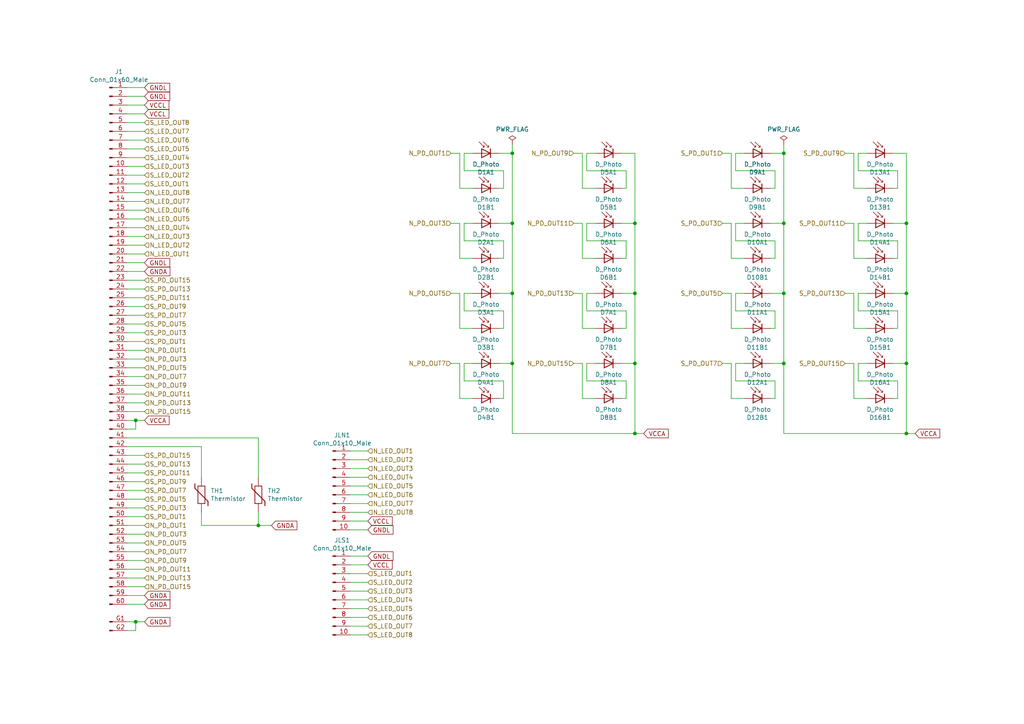
<source format=kicad_sch>
(kicad_sch (version 20211123) (generator eeschema)
  (paper "A4")
  (lib_symbols
    (symbol "Connector:Conn_01x10_Male" (pin_names (offset 1.016) hide)
      (property "Reference" "J" (at 0 12.7 0))
      (property "Value" "Conn_01x10_Male" (at 0 -15.24 0))
      (symbol "Conn_01x10_Male_1_1"
        (polyline (pts (xy 1.27 -12.7) (xy 0.8636 -12.7)) (stroke (width 0.1524)))
        (polyline (pts (xy 1.27 -10.16) (xy 0.8636 -10.16)) (stroke (width 0.1524)))
        (polyline (pts (xy 1.27 -7.62) (xy 0.8636 -7.62)) (stroke (width 0.1524)))
        (polyline (pts (xy 1.27 -5.08) (xy 0.8636 -5.08)) (stroke (width 0.1524)))
        (polyline (pts (xy 1.27 -2.54) (xy 0.8636 -2.54)) (stroke (width 0.1524)))
        (polyline (pts (xy 1.27 0) (xy 0.8636 0)) (stroke (width 0.1524)))
        (polyline (pts (xy 1.27 2.54) (xy 0.8636 2.54)) (stroke (width 0.1524)))
        (polyline (pts (xy 1.27 5.08) (xy 0.8636 5.08)) (stroke (width 0.1524)))
        (polyline (pts (xy 1.27 7.62) (xy 0.8636 7.62)) (stroke (width 0.1524)))
        (polyline (pts (xy 1.27 10.16) (xy 0.8636 10.16)) (stroke (width 0.1524)))
        (rectangle (start 0.8636 -12.573) (end 0 -12.827) (stroke (width 0.1524)) (fill (type outline)))
        (rectangle (start 0.8636 -10.033) (end 0 -10.287) (stroke (width 0.1524)) (fill (type outline)))
        (rectangle (start 0.8636 -7.493) (end 0 -7.747) (stroke (width 0.1524)) (fill (type outline)))
        (rectangle (start 0.8636 -4.953) (end 0 -5.207) (stroke (width 0.1524)) (fill (type outline)))
        (rectangle (start 0.8636 -2.413) (end 0 -2.667) (stroke (width 0.1524)) (fill (type outline)))
        (rectangle (start 0.8636 0.127) (end 0 -0.127) (stroke (width 0.1524)) (fill (type outline)))
        (rectangle (start 0.8636 2.667) (end 0 2.413) (stroke (width 0.1524)) (fill (type outline)))
        (rectangle (start 0.8636 5.207) (end 0 4.953) (stroke (width 0.1524)) (fill (type outline)))
        (rectangle (start 0.8636 7.747) (end 0 7.493) (stroke (width 0.1524)) (fill (type outline)))
        (rectangle (start 0.8636 10.287) (end 0 10.033) (stroke (width 0.1524)) (fill (type outline)))
        (pin passive line (at 5.08 10.16 180) (length 3.81) (name "Pin_1") (number "1"))
        (pin passive line (at 5.08 -12.7 180) (length 3.81) (name "Pin_10") (number "10"))
        (pin passive line (at 5.08 7.62 180) (length 3.81) (name "Pin_2") (number "2"))
        (pin passive line (at 5.08 5.08 180) (length 3.81) (name "Pin_3") (number "3"))
        (pin passive line (at 5.08 2.54 180) (length 3.81) (name "Pin_4") (number "4"))
        (pin passive line (at 5.08 0 180) (length 3.81) (name "Pin_5") (number "5"))
        (pin passive line (at 5.08 -2.54 180) (length 3.81) (name "Pin_6") (number "6"))
        (pin passive line (at 5.08 -5.08 180) (length 3.81) (name "Pin_7") (number "7"))
        (pin passive line (at 5.08 -7.62 180) (length 3.81) (name "Pin_8") (number "8"))
        (pin passive line (at 5.08 -10.16 180) (length 3.81) (name "Pin_9") (number "9"))
      )
    )
    (symbol "Device:D_Photo" (pin_numbers hide) (pin_names hide)
      (property "Reference" "D" (at 0.508 1.778 0))
      (property "Value" "D_Photo" (at -1.016 -2.794 0))
      (symbol "D_Photo_0_1"
        (polyline (pts (xy -2.54 1.27) (xy -2.54 -1.27)) (stroke (width 0.254)))
        (polyline (pts (xy -2.032 1.778) (xy -1.524 1.778)))
        (polyline (pts (xy 0 0) (xy -2.54 0)))
        (polyline (pts (xy -0.508 3.302) (xy -2.032 1.778) (xy -2.032 2.286)))
        (polyline (pts (xy 0 -1.27) (xy 0 1.27) (xy -2.54 0) (xy 0 -1.27)) (stroke (width 0.254)))
        (polyline (pts (xy 0.762 3.302) (xy -0.762 1.778) (xy -0.762 2.286) (xy -0.762 1.778) (xy -0.254 1.778)))
      )
      (symbol "D_Photo_1_1"
        (pin passive line (at -5.08 0 0) (length 2.54) (name "K") (number "1"))
        (pin passive line (at 2.54 0 180) (length 2.54) (name "A") (number "2"))
      )
    )
    (symbol "Device:Thermistor" (pin_numbers hide) (pin_names (offset 0))
      (property "Reference" "TH" (at 2.54 1.27 90))
      (property "Value" "Thermistor" (at -2.54 0 90))
      (symbol "Thermistor_0_1"
        (rectangle (start -1.016 2.54) (end 1.016 -2.54) (stroke (width 0.2032)))
        (polyline (pts (xy -1.905 3.175) (xy -1.905 1.905) (xy 1.905 -1.905) (xy 1.905 -3.175) (xy 1.905 -3.175)) (stroke (width 0.254)))
      )
      (symbol "Thermistor_1_1"
        (pin passive line (at 0 5.08 270) (length 2.54) (name "~") (number "1"))
        (pin passive line (at 0 -5.08 90) (length 2.54) (name "~") (number "2"))
      )
    )
    (symbol "Ninja-qPCR:Conn_01x60_Male" (pin_names (offset 1.016) hide)
      (property "Reference" "J" (at 0 50.8 0))
      (property "Value" "Conn_01x60_Male" (at 1.27 -113.03 0))
      (symbol "Conn_01x60_Male_1_1"
        (polyline (pts (xy 1.27 -109.22) (xy 0.8636 -109.22)) (stroke (width 0.1524)))
        (polyline (pts (xy 1.27 -106.68) (xy 0.8636 -106.68)) (stroke (width 0.1524)))
        (polyline (pts (xy 1.27 -101.6) (xy 0.8636 -101.6)) (stroke (width 0.1524)))
        (polyline (pts (xy 1.27 -99.06) (xy 0.8636 -99.06)) (stroke (width 0.1524)))
        (polyline (pts (xy 1.27 -96.52) (xy 0.8636 -96.52)) (stroke (width 0.1524)))
        (polyline (pts (xy 1.27 -93.98) (xy 0.8636 -93.98)) (stroke (width 0.1524)))
        (polyline (pts (xy 1.27 -91.44) (xy 0.8636 -91.44)) (stroke (width 0.1524)))
        (polyline (pts (xy 1.27 -88.9) (xy 0.8636 -88.9)) (stroke (width 0.1524)))
        (polyline (pts (xy 1.27 -86.36) (xy 0.8636 -86.36)) (stroke (width 0.1524)))
        (polyline (pts (xy 1.27 -83.82) (xy 0.8636 -83.82)) (stroke (width 0.1524)))
        (polyline (pts (xy 1.27 -81.28) (xy 0.8636 -81.28)) (stroke (width 0.1524)))
        (polyline (pts (xy 1.27 -78.74) (xy 0.8636 -78.74)) (stroke (width 0.1524)))
        (polyline (pts (xy 1.27 -76.2) (xy 0.8636 -76.2)) (stroke (width 0.1524)))
        (polyline (pts (xy 1.27 -73.66) (xy 0.8636 -73.66)) (stroke (width 0.1524)))
        (polyline (pts (xy 1.27 -71.12) (xy 0.8636 -71.12)) (stroke (width 0.1524)))
        (polyline (pts (xy 1.27 -68.58) (xy 0.8636 -68.58)) (stroke (width 0.1524)))
        (polyline (pts (xy 1.27 -66.04) (xy 0.8636 -66.04)) (stroke (width 0.1524)))
        (polyline (pts (xy 1.27 -63.5) (xy 0.8636 -63.5)) (stroke (width 0.1524)))
        (polyline (pts (xy 1.27 -60.96) (xy 0.8636 -60.96)) (stroke (width 0.1524)))
        (polyline (pts (xy 1.27 -58.42) (xy 0.8636 -58.42)) (stroke (width 0.1524)))
        (polyline (pts (xy 1.27 -55.88) (xy 0.8636 -55.88)) (stroke (width 0.1524)))
        (polyline (pts (xy 1.27 -53.34) (xy 0.8636 -53.34)) (stroke (width 0.1524)))
        (polyline (pts (xy 1.27 -50.8) (xy 0.8636 -50.8)) (stroke (width 0.1524)))
        (polyline (pts (xy 1.27 -48.26) (xy 0.8636 -48.26)) (stroke (width 0.1524)))
        (polyline (pts (xy 1.27 -45.72) (xy 0.8636 -45.72)) (stroke (width 0.1524)))
        (polyline (pts (xy 1.27 -43.18) (xy 0.8636 -43.18)) (stroke (width 0.1524)))
        (polyline (pts (xy 1.27 -40.64) (xy 0.8636 -40.64)) (stroke (width 0.1524)))
        (polyline (pts (xy 1.27 -38.1) (xy 0.8636 -38.1)) (stroke (width 0.1524)))
        (polyline (pts (xy 1.27 -35.56) (xy 0.8636 -35.56)) (stroke (width 0.1524)))
        (polyline (pts (xy 1.27 -33.02) (xy 0.8636 -33.02)) (stroke (width 0.1524)))
        (polyline (pts (xy 1.27 -30.48) (xy 0.8636 -30.48)) (stroke (width 0.1524)))
        (polyline (pts (xy 1.27 -27.94) (xy 0.8636 -27.94)) (stroke (width 0.1524)))
        (polyline (pts (xy 1.27 -25.4) (xy 0.8636 -25.4)) (stroke (width 0.1524)))
        (polyline (pts (xy 1.27 -22.86) (xy 0.8636 -22.86)) (stroke (width 0.1524)))
        (polyline (pts (xy 1.27 -20.32) (xy 0.8636 -20.32)) (stroke (width 0.1524)))
        (polyline (pts (xy 1.27 -17.78) (xy 0.8636 -17.78)) (stroke (width 0.1524)))
        (polyline (pts (xy 1.27 -15.24) (xy 0.8636 -15.24)) (stroke (width 0.1524)))
        (polyline (pts (xy 1.27 -12.7) (xy 0.8636 -12.7)) (stroke (width 0.1524)))
        (polyline (pts (xy 1.27 -10.16) (xy 0.8636 -10.16)) (stroke (width 0.1524)))
        (polyline (pts (xy 1.27 -7.62) (xy 0.8636 -7.62)) (stroke (width 0.1524)))
        (polyline (pts (xy 1.27 -5.08) (xy 0.8636 -5.08)) (stroke (width 0.1524)))
        (polyline (pts (xy 1.27 -2.54) (xy 0.8636 -2.54)) (stroke (width 0.1524)))
        (polyline (pts (xy 1.27 0) (xy 0.8636 0)) (stroke (width 0.1524)))
        (polyline (pts (xy 1.27 2.54) (xy 0.8636 2.54)) (stroke (width 0.1524)))
        (polyline (pts (xy 1.27 5.08) (xy 0.8636 5.08)) (stroke (width 0.1524)))
        (polyline (pts (xy 1.27 7.62) (xy 0.8636 7.62)) (stroke (width 0.1524)))
        (polyline (pts (xy 1.27 10.16) (xy 0.8636 10.16)) (stroke (width 0.1524)))
        (polyline (pts (xy 1.27 12.7) (xy 0.8636 12.7)) (stroke (width 0.1524)))
        (polyline (pts (xy 1.27 15.24) (xy 0.8636 15.24)) (stroke (width 0.1524)))
        (polyline (pts (xy 1.27 17.78) (xy 0.8636 17.78)) (stroke (width 0.1524)))
        (polyline (pts (xy 1.27 20.32) (xy 0.8636 20.32)) (stroke (width 0.1524)))
        (polyline (pts (xy 1.27 22.86) (xy 0.8636 22.86)) (stroke (width 0.1524)))
        (polyline (pts (xy 1.27 25.4) (xy 0.8636 25.4)) (stroke (width 0.1524)))
        (polyline (pts (xy 1.27 27.94) (xy 0.8636 27.94)) (stroke (width 0.1524)))
        (polyline (pts (xy 1.27 30.48) (xy 0.8636 30.48)) (stroke (width 0.1524)))
        (polyline (pts (xy 1.27 33.02) (xy 0.8636 33.02)) (stroke (width 0.1524)))
        (polyline (pts (xy 1.27 35.56) (xy 0.8636 35.56)) (stroke (width 0.1524)))
        (polyline (pts (xy 1.27 38.1) (xy 0.8636 38.1)) (stroke (width 0.1524)))
        (polyline (pts (xy 1.27 40.64) (xy 0.8636 40.64)) (stroke (width 0.1524)))
        (polyline (pts (xy 1.27 43.18) (xy 0.8636 43.18)) (stroke (width 0.1524)))
        (polyline (pts (xy 1.27 45.72) (xy 0.8636 45.72)) (stroke (width 0.1524)))
        (polyline (pts (xy 1.27 48.26) (xy 0.8636 48.26)) (stroke (width 0.1524)))
        (rectangle (start 0.8636 -109.093) (end 0 -109.347) (stroke (width 0.1524)) (fill (type outline)))
        (rectangle (start 0.8636 -106.553) (end 0 -106.807) (stroke (width 0.1524)) (fill (type outline)))
        (rectangle (start 0.8636 -101.473) (end 0 -101.727) (stroke (width 0.1524)) (fill (type outline)))
        (rectangle (start 0.8636 -98.933) (end 0 -99.187) (stroke (width 0.1524)) (fill (type outline)))
        (rectangle (start 0.8636 -96.393) (end 0 -96.647) (stroke (width 0.1524)) (fill (type outline)))
        (rectangle (start 0.8636 -93.853) (end 0 -94.107) (stroke (width 0.1524)) (fill (type outline)))
        (rectangle (start 0.8636 -91.313) (end 0 -91.567) (stroke (width 0.1524)) (fill (type outline)))
        (rectangle (start 0.8636 -88.773) (end 0 -89.027) (stroke (width 0.1524)) (fill (type outline)))
        (rectangle (start 0.8636 -86.233) (end 0 -86.487) (stroke (width 0.1524)) (fill (type outline)))
        (rectangle (start 0.8636 -83.693) (end 0 -83.947) (stroke (width 0.1524)) (fill (type outline)))
        (rectangle (start 0.8636 -81.153) (end 0 -81.407) (stroke (width 0.1524)) (fill (type outline)))
        (rectangle (start 0.8636 -78.613) (end 0 -78.867) (stroke (width 0.1524)) (fill (type outline)))
        (rectangle (start 0.8636 -76.073) (end 0 -76.327) (stroke (width 0.1524)) (fill (type outline)))
        (rectangle (start 0.8636 -73.533) (end 0 -73.787) (stroke (width 0.1524)) (fill (type outline)))
        (rectangle (start 0.8636 -70.993) (end 0 -71.247) (stroke (width 0.1524)) (fill (type outline)))
        (rectangle (start 0.8636 -68.453) (end 0 -68.707) (stroke (width 0.1524)) (fill (type outline)))
        (rectangle (start 0.8636 -65.913) (end 0 -66.167) (stroke (width 0.1524)) (fill (type outline)))
        (rectangle (start 0.8636 -63.373) (end 0 -63.627) (stroke (width 0.1524)) (fill (type outline)))
        (rectangle (start 0.8636 -60.833) (end 0 -61.087) (stroke (width 0.1524)) (fill (type outline)))
        (rectangle (start 0.8636 -58.293) (end 0 -58.547) (stroke (width 0.1524)) (fill (type outline)))
        (rectangle (start 0.8636 -55.753) (end 0 -56.007) (stroke (width 0.1524)) (fill (type outline)))
        (rectangle (start 0.8636 -53.213) (end 0 -53.467) (stroke (width 0.1524)) (fill (type outline)))
        (rectangle (start 0.8636 -50.673) (end 0 -50.927) (stroke (width 0.1524)) (fill (type outline)))
        (rectangle (start 0.8636 -48.133) (end 0 -48.387) (stroke (width 0.1524)) (fill (type outline)))
        (rectangle (start 0.8636 -45.593) (end 0 -45.847) (stroke (width 0.1524)) (fill (type outline)))
        (rectangle (start 0.8636 -43.053) (end 0 -43.307) (stroke (width 0.1524)) (fill (type outline)))
        (rectangle (start 0.8636 -40.513) (end 0 -40.767) (stroke (width 0.1524)) (fill (type outline)))
        (rectangle (start 0.8636 -37.973) (end 0 -38.227) (stroke (width 0.1524)) (fill (type outline)))
        (rectangle (start 0.8636 -35.433) (end 0 -35.687) (stroke (width 0.1524)) (fill (type outline)))
        (rectangle (start 0.8636 -32.893) (end 0 -33.147) (stroke (width 0.1524)) (fill (type outline)))
        (rectangle (start 0.8636 -30.353) (end 0 -30.607) (stroke (width 0.1524)) (fill (type outline)))
        (rectangle (start 0.8636 -27.813) (end 0 -28.067) (stroke (width 0.1524)) (fill (type outline)))
        (rectangle (start 0.8636 -25.273) (end 0 -25.527) (stroke (width 0.1524)) (fill (type outline)))
        (rectangle (start 0.8636 -22.733) (end 0 -22.987) (stroke (width 0.1524)) (fill (type outline)))
        (rectangle (start 0.8636 -20.193) (end 0 -20.447) (stroke (width 0.1524)) (fill (type outline)))
        (rectangle (start 0.8636 -17.653) (end 0 -17.907) (stroke (width 0.1524)) (fill (type outline)))
        (rectangle (start 0.8636 -15.113) (end 0 -15.367) (stroke (width 0.1524)) (fill (type outline)))
        (rectangle (start 0.8636 -12.573) (end 0 -12.827) (stroke (width 0.1524)) (fill (type outline)))
        (rectangle (start 0.8636 -10.033) (end 0 -10.287) (stroke (width 0.1524)) (fill (type outline)))
        (rectangle (start 0.8636 -7.493) (end 0 -7.747) (stroke (width 0.1524)) (fill (type outline)))
        (rectangle (start 0.8636 -4.953) (end 0 -5.207) (stroke (width 0.1524)) (fill (type outline)))
        (rectangle (start 0.8636 -2.413) (end 0 -2.667) (stroke (width 0.1524)) (fill (type outline)))
        (rectangle (start 0.8636 0.127) (end 0 -0.127) (stroke (width 0.1524)) (fill (type outline)))
        (rectangle (start 0.8636 2.667) (end 0 2.413) (stroke (width 0.1524)) (fill (type outline)))
        (rectangle (start 0.8636 5.207) (end 0 4.953) (stroke (width 0.1524)) (fill (type outline)))
        (rectangle (start 0.8636 7.747) (end 0 7.493) (stroke (width 0.1524)) (fill (type outline)))
        (rectangle (start 0.8636 10.287) (end 0 10.033) (stroke (width 0.1524)) (fill (type outline)))
        (rectangle (start 0.8636 12.827) (end 0 12.573) (stroke (width 0.1524)) (fill (type outline)))
        (rectangle (start 0.8636 15.367) (end 0 15.113) (stroke (width 0.1524)) (fill (type outline)))
        (rectangle (start 0.8636 17.907) (end 0 17.653) (stroke (width 0.1524)) (fill (type outline)))
        (rectangle (start 0.8636 20.447) (end 0 20.193) (stroke (width 0.1524)) (fill (type outline)))
        (rectangle (start 0.8636 22.987) (end 0 22.733) (stroke (width 0.1524)) (fill (type outline)))
        (rectangle (start 0.8636 25.527) (end 0 25.273) (stroke (width 0.1524)) (fill (type outline)))
        (rectangle (start 0.8636 28.067) (end 0 27.813) (stroke (width 0.1524)) (fill (type outline)))
        (rectangle (start 0.8636 30.607) (end 0 30.353) (stroke (width 0.1524)) (fill (type outline)))
        (rectangle (start 0.8636 33.147) (end 0 32.893) (stroke (width 0.1524)) (fill (type outline)))
        (rectangle (start 0.8636 35.687) (end 0 35.433) (stroke (width 0.1524)) (fill (type outline)))
        (rectangle (start 0.8636 38.227) (end 0 37.973) (stroke (width 0.1524)) (fill (type outline)))
        (rectangle (start 0.8636 40.767) (end 0 40.513) (stroke (width 0.1524)) (fill (type outline)))
        (rectangle (start 0.8636 43.307) (end 0 43.053) (stroke (width 0.1524)) (fill (type outline)))
        (rectangle (start 0.8636 45.847) (end 0 45.593) (stroke (width 0.1524)) (fill (type outline)))
        (rectangle (start 0.8636 48.387) (end 0 48.133) (stroke (width 0.1524)) (fill (type outline)))
        (pin passive line (at 5.08 48.26 180) (length 3.81) (name "Pin_1") (number "1"))
        (pin passive line (at 5.08 25.4 180) (length 3.81) (name "Pin_10") (number "10"))
        (pin passive line (at 5.08 22.86 180) (length 3.81) (name "Pin_11") (number "11"))
        (pin passive line (at 5.08 20.32 180) (length 3.81) (name "Pin_12") (number "12"))
        (pin passive line (at 5.08 17.78 180) (length 3.81) (name "Pin_13") (number "13"))
        (pin passive line (at 5.08 15.24 180) (length 3.81) (name "Pin_14") (number "14"))
        (pin passive line (at 5.08 12.7 180) (length 3.81) (name "Pin_15") (number "15"))
        (pin passive line (at 5.08 10.16 180) (length 3.81) (name "Pin_16") (number "16"))
        (pin passive line (at 5.08 7.62 180) (length 3.81) (name "Pin_17") (number "17"))
        (pin passive line (at 5.08 5.08 180) (length 3.81) (name "Pin_18") (number "18"))
        (pin passive line (at 5.08 2.54 180) (length 3.81) (name "Pin_19") (number "19"))
        (pin passive line (at 5.08 45.72 180) (length 3.81) (name "Pin_2") (number "2"))
        (pin passive line (at 5.08 0 180) (length 3.81) (name "Pin_20") (number "20"))
        (pin passive line (at 5.08 -2.54 180) (length 3.81) (name "Pin_21") (number "21"))
        (pin passive line (at 5.08 -5.08 180) (length 3.81) (name "Pin_22") (number "22"))
        (pin passive line (at 5.08 -7.62 180) (length 3.81) (name "Pin_23") (number "23"))
        (pin passive line (at 5.08 -10.16 180) (length 3.81) (name "Pin_24") (number "24"))
        (pin passive line (at 5.08 -12.7 180) (length 3.81) (name "Pin_25") (number "25"))
        (pin passive line (at 5.08 -15.24 180) (length 3.81) (name "Pin_26") (number "26"))
        (pin passive line (at 5.08 -17.78 180) (length 3.81) (name "Pin_27") (number "27"))
        (pin passive line (at 5.08 -20.32 180) (length 3.81) (name "Pin_28") (number "28"))
        (pin passive line (at 5.08 -22.86 180) (length 3.81) (name "Pin_29") (number "29"))
        (pin passive line (at 5.08 43.18 180) (length 3.81) (name "Pin_3") (number "3"))
        (pin passive line (at 5.08 -25.4 180) (length 3.81) (name "Pin_30") (number "30"))
        (pin passive line (at 5.08 -27.94 180) (length 3.81) (name "Pin_31") (number "31"))
        (pin passive line (at 5.08 -30.48 180) (length 3.81) (name "Pin_32") (number "32"))
        (pin passive line (at 5.08 -33.02 180) (length 3.81) (name "Pin_33") (number "33"))
        (pin passive line (at 5.08 -35.56 180) (length 3.81) (name "Pin_34") (number "34"))
        (pin passive line (at 5.08 -38.1 180) (length 3.81) (name "Pin_35") (number "35"))
        (pin passive line (at 5.08 -40.64 180) (length 3.81) (name "Pin_36") (number "36"))
        (pin passive line (at 5.08 -43.18 180) (length 3.81) (name "Pin_37") (number "37"))
        (pin passive line (at 5.08 -45.72 180) (length 3.81) (name "Pin_38") (number "38"))
        (pin passive line (at 5.08 -48.26 180) (length 3.81) (name "Pin_39") (number "39"))
        (pin passive line (at 5.08 40.64 180) (length 3.81) (name "Pin_4") (number "4"))
        (pin passive line (at 5.08 -50.8 180) (length 3.81) (name "Pin_40") (number "40"))
        (pin passive line (at 5.08 -53.34 180) (length 3.81) (name "Pin_41") (number "41"))
        (pin passive line (at 5.08 -55.88 180) (length 3.81) (name "Pin_42") (number "42"))
        (pin passive line (at 5.08 -58.42 180) (length 3.81) (name "Pin_43") (number "43"))
        (pin passive line (at 5.08 -60.96 180) (length 3.81) (name "Pin_44") (number "44"))
        (pin passive line (at 5.08 -63.5 180) (length 3.81) (name "Pin_45") (number "45"))
        (pin passive line (at 5.08 -66.04 180) (length 3.81) (name "Pin_46") (number "46"))
        (pin passive line (at 5.08 -68.58 180) (length 3.81) (name "Pin_47") (number "47"))
        (pin passive line (at 5.08 -71.12 180) (length 3.81) (name "Pin_48") (number "48"))
        (pin passive line (at 5.08 -73.66 180) (length 3.81) (name "Pin_49") (number "49"))
        (pin passive line (at 5.08 38.1 180) (length 3.81) (name "Pin_5") (number "5"))
        (pin passive line (at 5.08 -76.2 180) (length 3.81) (name "Pin_50") (number "50"))
        (pin passive line (at 5.08 -78.74 180) (length 3.81) (name "Pin_51") (number "51"))
        (pin passive line (at 5.08 -81.28 180) (length 3.81) (name "Pin_52") (number "52"))
        (pin passive line (at 5.08 -83.82 180) (length 3.81) (name "Pin_53") (number "53"))
        (pin passive line (at 5.08 -86.36 180) (length 3.81) (name "Pin_54") (number "54"))
        (pin passive line (at 5.08 -88.9 180) (length 3.81) (name "Pin_55") (number "55"))
        (pin passive line (at 5.08 -91.44 180) (length 3.81) (name "Pin_56") (number "56"))
        (pin passive line (at 5.08 -93.98 180) (length 3.81) (name "Pin_57") (number "57"))
        (pin passive line (at 5.08 -96.52 180) (length 3.81) (name "Pin_58") (number "58"))
        (pin passive line (at 5.08 -99.06 180) (length 3.81) (name "Pin_59") (number "59"))
        (pin passive line (at 5.08 35.56 180) (length 3.81) (name "Pin_6") (number "6"))
        (pin passive line (at 5.08 -101.6 180) (length 3.81) (name "Pin_60") (number "60"))
        (pin passive line (at 5.08 33.02 180) (length 3.81) (name "Pin_7") (number "7"))
        (pin passive line (at 5.08 30.48 180) (length 3.81) (name "Pin_8") (number "8"))
        (pin passive line (at 5.08 27.94 180) (length 3.81) (name "Pin_9") (number "9"))
        (pin passive line (at 5.08 -106.68 180) (length 3.81) (name "Pin_G1") (number "G1"))
        (pin passive line (at 5.08 -109.22 180) (length 3.81) (name "Pin_G2") (number "G2"))
      )
    )
    (symbol "power:PWR_FLAG" (power) (pin_numbers hide) (pin_names (offset 0) hide)
      (property "Value" "PWR_FLAG" (at 0 3.81 0))
      (symbol "PWR_FLAG_0_0"
        (pin power_out line (at 0 0 90) (length 0) (name "pwr") (number "1"))
      )
      (symbol "PWR_FLAG_0_1"
        (polyline (pts (xy 0 0) (xy 0 1.27) (xy -1.016 1.905) (xy 0 2.54) (xy 1.016 1.905) (xy 0 1.27)))
      )
    )
  )
  (junction (at 262.89 85.09))
  (junction (at 262.89 125.73))
  (junction (at 74.93 152.4))
  (junction (at 39.37 121.92))
  (junction (at 227.33 64.77))
  (junction (at 148.59 85.09))
  (junction (at 227.33 44.45))
  (junction (at 227.33 105.41))
  (junction (at 184.15 105.41))
  (junction (at 39.37 180.34))
  (junction (at 184.15 64.77))
  (junction (at 227.33 85.09))
  (junction (at 262.89 64.77))
  (junction (at 148.59 64.77))
  (junction (at 184.15 125.73))
  (junction (at 148.59 105.41))
  (junction (at 184.15 85.09))
  (junction (at 262.89 105.41))
  (junction (at 148.59 44.45))
  (wire (pts (xy 247.65 74.93) (xy 247.65 64.77)))
  (wire (pts (xy 227.33 85.09) (xy 227.33 105.41)))
  (wire (pts (xy 74.93 127) (xy 74.93 138.43)))
  (wire (pts (xy 212.09 95.25) (xy 215.9 95.25)))
  (wire (pts (xy 170.18 49.53) (xy 181.61 49.53)))
  (wire (pts (xy 106.68 184.15) (xy 101.6 184.15)))
  (wire (pts (xy 36.83 142.24) (xy 41.91 142.24)))
  (wire (pts (xy 168.91 95.25) (xy 168.91 85.09)))
  (wire (pts (xy 223.52 64.77) (xy 227.33 64.77)))
  (wire (pts (xy 36.83 48.26) (xy 41.91 48.26)))
  (wire (pts (xy 172.72 64.77) (xy 170.18 64.77)))
  (wire (pts (xy 36.83 175.26) (xy 41.91 175.26)))
  (wire (pts (xy 144.78 105.41) (xy 148.59 105.41)))
  (wire (pts (xy 106.68 171.45) (xy 101.6 171.45)))
  (wire (pts (xy 148.59 44.45) (xy 148.59 64.77)))
  (wire (pts (xy 224.79 69.85) (xy 224.79 74.93)))
  (wire (pts (xy 168.91 54.61) (xy 172.72 54.61)))
  (wire (pts (xy 262.89 105.41) (xy 262.89 125.73)))
  (wire (pts (xy 133.35 105.41) (xy 133.35 115.57)))
  (wire (pts (xy 106.68 146.05) (xy 101.6 146.05)))
  (wire (pts (xy 260.35 110.49) (xy 260.35 115.57)))
  (wire (pts (xy 224.79 115.57) (xy 223.52 115.57)))
  (wire (pts (xy 36.83 147.32) (xy 41.91 147.32)))
  (wire (pts (xy 74.93 152.4) (xy 78.74 152.4)))
  (wire (pts (xy 36.83 99.06) (xy 41.91 99.06)))
  (wire (pts (xy 248.92 64.77) (xy 248.92 69.85)))
  (wire (pts (xy 224.79 90.17) (xy 224.79 95.25)))
  (wire (pts (xy 215.9 64.77) (xy 213.36 64.77)))
  (wire (pts (xy 39.37 124.46) (xy 39.37 121.92)))
  (wire (pts (xy 101.6 148.59) (xy 106.68 148.59)))
  (wire (pts (xy 36.83 104.14) (xy 41.91 104.14)))
  (wire (pts (xy 36.83 53.34) (xy 41.91 53.34)))
  (wire (pts (xy 36.83 73.66) (xy 41.91 73.66)))
  (wire (pts (xy 251.46 44.45) (xy 248.92 44.45)))
  (wire (pts (xy 36.83 43.18) (xy 41.91 43.18)))
  (wire (pts (xy 36.83 58.42) (xy 41.91 58.42)))
  (wire (pts (xy 134.62 49.53) (xy 146.05 49.53)))
  (wire (pts (xy 260.35 49.53) (xy 260.35 54.61)))
  (wire (pts (xy 213.36 110.49) (xy 224.79 110.49)))
  (wire (pts (xy 144.78 85.09) (xy 148.59 85.09)))
  (wire (pts (xy 223.52 44.45) (xy 227.33 44.45)))
  (wire (pts (xy 224.79 54.61) (xy 223.52 54.61)))
  (wire (pts (xy 172.72 44.45) (xy 170.18 44.45)))
  (wire (pts (xy 184.15 125.73) (xy 148.59 125.73)))
  (wire (pts (xy 180.34 105.41) (xy 184.15 105.41)))
  (wire (pts (xy 133.35 44.45) (xy 133.35 54.61)))
  (wire (pts (xy 181.61 95.25) (xy 180.34 95.25)))
  (wire (pts (xy 36.83 76.2) (xy 41.91 76.2)))
  (wire (pts (xy 260.35 90.17) (xy 260.35 95.25)))
  (wire (pts (xy 36.83 111.76) (xy 41.91 111.76)))
  (wire (pts (xy 248.92 49.53) (xy 260.35 49.53)))
  (wire (pts (xy 247.65 54.61) (xy 247.65 44.45)))
  (wire (pts (xy 36.83 68.58) (xy 41.91 68.58)))
  (wire (pts (xy 146.05 115.57) (xy 144.78 115.57)))
  (wire (pts (xy 248.92 105.41) (xy 248.92 110.49)))
  (wire (pts (xy 106.68 151.13) (xy 101.6 151.13)))
  (wire (pts (xy 36.83 180.34) (xy 39.37 180.34)))
  (wire (pts (xy 172.72 85.09) (xy 170.18 85.09)))
  (wire (pts (xy 134.62 44.45) (xy 134.62 49.53)))
  (wire (pts (xy 181.61 69.85) (xy 181.61 74.93)))
  (wire (pts (xy 213.36 105.41) (xy 213.36 110.49)))
  (wire (pts (xy 36.83 160.02) (xy 41.91 160.02)))
  (wire (pts (xy 247.65 74.93) (xy 251.46 74.93)))
  (wire (pts (xy 36.83 106.68) (xy 41.91 106.68)))
  (wire (pts (xy 74.93 148.59) (xy 74.93 152.4)))
  (wire (pts (xy 212.09 64.77) (xy 212.09 74.93)))
  (wire (pts (xy 137.16 105.41) (xy 134.62 105.41)))
  (wire (pts (xy 213.36 64.77) (xy 213.36 69.85)))
  (wire (pts (xy 168.91 105.41) (xy 168.91 115.57)))
  (wire (pts (xy 106.68 135.89) (xy 101.6 135.89)))
  (wire (pts (xy 130.81 85.09) (xy 133.35 85.09)))
  (wire (pts (xy 36.83 116.84) (xy 41.91 116.84)))
  (wire (pts (xy 144.78 44.45) (xy 148.59 44.45)))
  (wire (pts (xy 101.6 138.43) (xy 106.68 138.43)))
  (wire (pts (xy 148.59 41.91) (xy 148.59 44.45)))
  (wire (pts (xy 224.79 95.25) (xy 223.52 95.25)))
  (wire (pts (xy 215.9 105.41) (xy 213.36 105.41)))
  (wire (pts (xy 133.35 54.61) (xy 137.16 54.61)))
  (wire (pts (xy 166.37 44.45) (xy 168.91 44.45)))
  (wire (pts (xy 36.83 86.36) (xy 41.91 86.36)))
  (wire (pts (xy 36.83 172.72) (xy 41.91 172.72)))
  (wire (pts (xy 184.15 44.45) (xy 184.15 64.77)))
  (wire (pts (xy 212.09 115.57) (xy 215.9 115.57)))
  (wire (pts (xy 36.83 50.8) (xy 41.91 50.8)))
  (wire (pts (xy 227.33 105.41) (xy 227.33 125.73)))
  (wire (pts (xy 181.61 110.49) (xy 181.61 115.57)))
  (wire (pts (xy 36.83 66.04) (xy 41.91 66.04)))
  (wire (pts (xy 170.18 110.49) (xy 181.61 110.49)))
  (wire (pts (xy 36.83 165.1) (xy 41.91 165.1)))
  (wire (pts (xy 180.34 44.45) (xy 184.15 44.45)))
  (wire (pts (xy 36.83 25.4) (xy 41.91 25.4)))
  (wire (pts (xy 260.35 74.93) (xy 259.08 74.93)))
  (wire (pts (xy 137.16 64.77) (xy 134.62 64.77)))
  (wire (pts (xy 106.68 166.37) (xy 101.6 166.37)))
  (wire (pts (xy 36.83 93.98) (xy 41.91 93.98)))
  (wire (pts (xy 259.08 64.77) (xy 262.89 64.77)))
  (wire (pts (xy 251.46 105.41) (xy 248.92 105.41)))
  (wire (pts (xy 262.89 85.09) (xy 262.89 105.41)))
  (wire (pts (xy 133.35 74.93) (xy 137.16 74.93)))
  (wire (pts (xy 170.18 105.41) (xy 170.18 110.49)))
  (wire (pts (xy 170.18 44.45) (xy 170.18 49.53)))
  (wire (pts (xy 36.83 157.48) (xy 41.91 157.48)))
  (wire (pts (xy 260.35 115.57) (xy 259.08 115.57)))
  (wire (pts (xy 106.68 179.07) (xy 101.6 179.07)))
  (wire (pts (xy 223.52 85.09) (xy 227.33 85.09)))
  (wire (pts (xy 36.83 170.18) (xy 41.91 170.18)))
  (wire (pts (xy 212.09 74.93) (xy 215.9 74.93)))
  (wire (pts (xy 248.92 85.09) (xy 248.92 90.17)))
  (wire (pts (xy 36.83 88.9) (xy 41.91 88.9)))
  (wire (pts (xy 36.83 38.1) (xy 41.91 38.1)))
  (wire (pts (xy 36.83 154.94) (xy 41.91 154.94)))
  (wire (pts (xy 262.89 125.73) (xy 227.33 125.73)))
  (wire (pts (xy 36.83 81.28) (xy 41.91 81.28)))
  (wire (pts (xy 181.61 54.61) (xy 180.34 54.61)))
  (wire (pts (xy 181.61 115.57) (xy 180.34 115.57)))
  (wire (pts (xy 134.62 85.09) (xy 134.62 90.17)))
  (wire (pts (xy 36.83 124.46) (xy 39.37 124.46)))
  (wire (pts (xy 247.65 115.57) (xy 247.65 105.41)))
  (wire (pts (xy 106.68 173.99) (xy 101.6 173.99)))
  (wire (pts (xy 223.52 105.41) (xy 227.33 105.41)))
  (wire (pts (xy 260.35 54.61) (xy 259.08 54.61)))
  (wire (pts (xy 36.83 91.44) (xy 41.91 91.44)))
  (wire (pts (xy 106.68 163.83) (xy 101.6 163.83)))
  (wire (pts (xy 36.83 139.7) (xy 41.91 139.7)))
  (wire (pts (xy 146.05 49.53) (xy 146.05 54.61)))
  (wire (pts (xy 130.81 44.45) (xy 133.35 44.45)))
  (wire (pts (xy 36.83 134.62) (xy 41.91 134.62)))
  (wire (pts (xy 36.83 71.12) (xy 41.91 71.12)))
  (wire (pts (xy 259.08 85.09) (xy 262.89 85.09)))
  (wire (pts (xy 148.59 105.41) (xy 148.59 125.73)))
  (wire (pts (xy 36.83 27.94) (xy 41.91 27.94)))
  (wire (pts (xy 251.46 85.09) (xy 248.92 85.09)))
  (wire (pts (xy 212.09 54.61) (xy 215.9 54.61)))
  (wire (pts (xy 213.36 69.85) (xy 224.79 69.85)))
  (wire (pts (xy 36.83 127) (xy 74.93 127)))
  (wire (pts (xy 36.83 45.72) (xy 41.91 45.72)))
  (wire (pts (xy 36.83 63.5) (xy 41.91 63.5)))
  (wire (pts (xy 146.05 110.49) (xy 146.05 115.57)))
  (wire (pts (xy 166.37 85.09) (xy 168.91 85.09)))
  (wire (pts (xy 144.78 54.61) (xy 146.05 54.61)))
  (wire (pts (xy 180.34 64.77) (xy 184.15 64.77)))
  (wire (pts (xy 186.69 125.73) (xy 184.15 125.73)))
  (wire (pts (xy 39.37 121.92) (xy 41.91 121.92)))
  (wire (pts (xy 36.83 152.4) (xy 41.91 152.4)))
  (wire (pts (xy 168.91 54.61) (xy 168.91 44.45)))
  (wire (pts (xy 248.92 69.85) (xy 260.35 69.85)))
  (wire (pts (xy 209.55 85.09) (xy 212.09 85.09)))
  (wire (pts (xy 247.65 95.25) (xy 247.65 85.09)))
  (wire (pts (xy 134.62 110.49) (xy 146.05 110.49)))
  (wire (pts (xy 36.83 35.56) (xy 41.91 35.56)))
  (wire (pts (xy 212.09 85.09) (xy 212.09 95.25)))
  (wire (pts (xy 36.83 162.56) (xy 41.91 162.56)))
  (wire (pts (xy 265.43 125.73) (xy 262.89 125.73)))
  (wire (pts (xy 262.89 44.45) (xy 262.89 64.77)))
  (wire (pts (xy 106.68 176.53) (xy 101.6 176.53)))
  (wire (pts (xy 166.37 105.41) (xy 168.91 105.41)))
  (wire (pts (xy 133.35 95.25) (xy 137.16 95.25)))
  (wire (pts (xy 170.18 90.17) (xy 181.61 90.17)))
  (wire (pts (xy 146.05 90.17) (xy 146.05 95.25)))
  (wire (pts (xy 248.92 90.17) (xy 260.35 90.17)))
  (wire (pts (xy 260.35 69.85) (xy 260.35 74.93)))
  (wire (pts (xy 213.36 90.17) (xy 224.79 90.17)))
  (wire (pts (xy 166.37 64.77) (xy 168.91 64.77)))
  (wire (pts (xy 245.11 64.77) (xy 247.65 64.77)))
  (wire (pts (xy 184.15 64.77) (xy 184.15 85.09)))
  (wire (pts (xy 168.91 74.93) (xy 168.91 64.77)))
  (wire (pts (xy 36.83 101.6) (xy 41.91 101.6)))
  (wire (pts (xy 245.11 105.41) (xy 247.65 105.41)))
  (wire (pts (xy 36.83 167.64) (xy 41.91 167.64)))
  (wire (pts (xy 224.79 110.49) (xy 224.79 115.57)))
  (wire (pts (xy 227.33 64.77) (xy 227.33 85.09)))
  (wire (pts (xy 36.83 129.54) (xy 58.42 129.54)))
  (wire (pts (xy 36.83 40.64) (xy 41.91 40.64)))
  (wire (pts (xy 36.83 137.16) (xy 41.91 137.16)))
  (wire (pts (xy 247.65 95.25) (xy 251.46 95.25)))
  (wire (pts (xy 245.11 85.09) (xy 247.65 85.09)))
  (wire (pts (xy 133.35 85.09) (xy 133.35 95.25)))
  (wire (pts (xy 101.6 153.67) (xy 106.68 153.67)))
  (wire (pts (xy 247.65 54.61) (xy 251.46 54.61)))
  (wire (pts (xy 58.42 152.4) (xy 74.93 152.4)))
  (wire (pts (xy 106.68 181.61) (xy 101.6 181.61)))
  (wire (pts (xy 146.05 74.93) (xy 144.78 74.93)))
  (wire (pts (xy 180.34 85.09) (xy 184.15 85.09)))
  (wire (pts (xy 133.35 115.57) (xy 137.16 115.57)))
  (wire (pts (xy 137.16 85.09) (xy 134.62 85.09)))
  (wire (pts (xy 36.83 83.82) (xy 41.91 83.82)))
  (wire (pts (xy 39.37 182.88) (xy 39.37 180.34)))
  (wire (pts (xy 39.37 180.34) (xy 41.91 180.34)))
  (wire (pts (xy 36.83 30.48) (xy 41.91 30.48)))
  (wire (pts (xy 209.55 105.41) (xy 212.09 105.41)))
  (wire (pts (xy 146.05 95.25) (xy 144.78 95.25)))
  (wire (pts (xy 168.91 115.57) (xy 172.72 115.57)))
  (wire (pts (xy 209.55 44.45) (xy 212.09 44.45)))
  (wire (pts (xy 170.18 64.77) (xy 170.18 69.85)))
  (wire (pts (xy 168.91 95.25) (xy 172.72 95.25)))
  (wire (pts (xy 184.15 85.09) (xy 184.15 105.41)))
  (wire (pts (xy 36.83 121.92) (xy 39.37 121.92)))
  (wire (pts (xy 130.81 105.41) (xy 133.35 105.41)))
  (wire (pts (xy 106.68 130.81) (xy 101.6 130.81)))
  (wire (pts (xy 133.35 64.77) (xy 133.35 74.93)))
  (wire (pts (xy 36.83 60.96) (xy 41.91 60.96)))
  (wire (pts (xy 130.81 64.77) (xy 133.35 64.77)))
  (wire (pts (xy 134.62 64.77) (xy 134.62 69.85)))
  (wire (pts (xy 181.61 49.53) (xy 181.61 54.61)))
  (wire (pts (xy 36.83 114.3) (xy 41.91 114.3)))
  (wire (pts (xy 148.59 64.77) (xy 148.59 85.09)))
  (wire (pts (xy 227.33 44.45) (xy 227.33 64.77)))
  (wire (pts (xy 36.83 96.52) (xy 41.91 96.52)))
  (wire (pts (xy 170.18 69.85) (xy 181.61 69.85)))
  (wire (pts (xy 148.59 85.09) (xy 148.59 105.41)))
  (wire (pts (xy 134.62 105.41) (xy 134.62 110.49)))
  (wire (pts (xy 101.6 133.35) (xy 106.68 133.35)))
  (wire (pts (xy 213.36 44.45) (xy 213.36 49.53)))
  (wire (pts (xy 36.83 109.22) (xy 41.91 109.22)))
  (wire (pts (xy 215.9 44.45) (xy 213.36 44.45)))
  (wire (pts (xy 212.09 44.45) (xy 212.09 54.61)))
  (wire (pts (xy 224.79 49.53) (xy 224.79 54.61)))
  (wire (pts (xy 106.68 140.97) (xy 101.6 140.97)))
  (wire (pts (xy 134.62 90.17) (xy 146.05 90.17)))
  (wire (pts (xy 212.09 105.41) (xy 212.09 115.57)))
  (wire (pts (xy 106.68 168.91) (xy 101.6 168.91)))
  (wire (pts (xy 58.42 148.59) (xy 58.42 152.4)))
  (wire (pts (xy 259.08 105.41) (xy 262.89 105.41)))
  (wire (pts (xy 262.89 64.77) (xy 262.89 85.09)))
  (wire (pts (xy 137.16 44.45) (xy 134.62 44.45)))
  (wire (pts (xy 224.79 74.93) (xy 223.52 74.93)))
  (wire (pts (xy 184.15 105.41) (xy 184.15 125.73)))
  (wire (pts (xy 106.68 161.29) (xy 101.6 161.29)))
  (wire (pts (xy 36.83 182.88) (xy 39.37 182.88)))
  (wire (pts (xy 168.91 74.93) (xy 172.72 74.93)))
  (wire (pts (xy 248.92 110.49) (xy 260.35 110.49)))
  (wire (pts (xy 209.55 64.77) (xy 212.09 64.77)))
  (wire (pts (xy 213.36 49.53) (xy 224.79 49.53)))
  (wire (pts (xy 170.18 85.09) (xy 170.18 90.17)))
  (wire (pts (xy 36.83 132.08) (xy 41.91 132.08)))
  (wire (pts (xy 213.36 85.09) (xy 213.36 90.17)))
  (wire (pts (xy 36.83 33.02) (xy 41.91 33.02)))
  (wire (pts (xy 36.83 144.78) (xy 41.91 144.78)))
  (wire (pts (xy 248.92 44.45) (xy 248.92 49.53)))
  (wire (pts (xy 172.72 105.41) (xy 170.18 105.41)))
  (wire (pts (xy 146.05 69.85) (xy 146.05 74.93)))
  (wire (pts (xy 215.9 85.09) (xy 213.36 85.09)))
  (wire (pts (xy 36.83 78.74) (xy 41.91 78.74)))
  (wire (pts (xy 251.46 64.77) (xy 248.92 64.77)))
  (wire (pts (xy 36.83 149.86) (xy 41.91 149.86)))
  (wire (pts (xy 260.35 95.25) (xy 259.08 95.25)))
  (wire (pts (xy 134.62 69.85) (xy 146.05 69.85)))
  (wire (pts (xy 181.61 90.17) (xy 181.61 95.25)))
  (wire (pts (xy 245.11 44.45) (xy 247.65 44.45)))
  (wire (pts (xy 181.61 74.93) (xy 180.34 74.93)))
  (wire (pts (xy 227.33 41.91) (xy 227.33 44.45)))
  (wire (pts (xy 36.83 55.88) (xy 41.91 55.88)))
  (wire (pts (xy 101.6 143.51) (xy 106.68 143.51)))
  (wire (pts (xy 58.42 129.54) (xy 58.42 138.43)))
  (wire (pts (xy 259.08 44.45) (xy 262.89 44.45)))
  (wire (pts (xy 247.65 115.57) (xy 251.46 115.57)))
  (wire (pts (xy 144.78 64.77) (xy 148.59 64.77)))
  (wire (pts (xy 36.83 119.38) (xy 41.91 119.38)))
  (global_label "GNDA" (shape input) (at 78.74 152.4 0) (property "Intersheet References" "${INTERSHEET_REFS}" (effects hide)))
  (global_label "GNDA" (shape input) (at 41.91 78.74 0) (property "Intersheet References" "${INTERSHEET_REFS}" (effects hide)))
  (global_label "GNDL" (shape input) (at 41.91 27.94 0) (property "Intersheet References" "${INTERSHEET_REFS}" (effects hide)))
  (global_label "VCCA" (shape input) (at 41.91 121.92 0) (property "Intersheet References" "${INTERSHEET_REFS}" (effects hide)))
  (global_label "VCCL" (shape input) (at 106.68 151.13 0) (property "Intersheet References" "${INTERSHEET_REFS}" (effects hide)))
  (global_label "VCCA" (shape input) (at 186.69 125.73 0) (property "Intersheet References" "${INTERSHEET_REFS}" (effects hide)))
  (global_label "VCCL" (shape input) (at 41.91 33.02 0) (property "Intersheet References" "${INTERSHEET_REFS}" (effects hide)))
  (global_label "GNDA" (shape input) (at 41.91 180.34 0) (property "Intersheet References" "${INTERSHEET_REFS}" (effects hide)))
  (global_label "GNDL" (shape input) (at 106.68 153.67 0) (property "Intersheet References" "${INTERSHEET_REFS}" (effects hide)))
  (global_label "GNDA" (shape input) (at 41.91 175.26 0) (property "Intersheet References" "${INTERSHEET_REFS}" (effects hide)))
  (global_label "VCCL" (shape input) (at 41.91 30.48 0) (property "Intersheet References" "${INTERSHEET_REFS}" (effects hide)))
  (global_label "GNDL" (shape input) (at 41.91 25.4 0) (property "Intersheet References" "${INTERSHEET_REFS}" (effects hide)))
  (global_label "VCCA" (shape input) (at 265.43 125.73 0) (property "Intersheet References" "${INTERSHEET_REFS}" (effects hide)))
  (global_label "GNDA" (shape input) (at 41.91 172.72 0) (property "Intersheet References" "${INTERSHEET_REFS}" (effects hide)))
  (global_label "GNDL" (shape input) (at 41.91 76.2 0) (property "Intersheet References" "${INTERSHEET_REFS}" (effects hide)))
  (global_label "VCCL" (shape input) (at 106.68 163.83 0) (property "Intersheet References" "${INTERSHEET_REFS}" (effects hide)))
  (global_label "GNDL" (shape input) (at 106.68 161.29 0) (property "Intersheet References" "${INTERSHEET_REFS}" (effects hide)))
  (hierarchical_label "S_PD_OUT3" (shape input) (at 41.91 96.52 0))
  (hierarchical_label "S_LED_OUT4" (shape input) (at 106.68 173.99 0))
  (hierarchical_label "N_LED_OUT8" (shape input) (at 106.68 148.59 0))
  (hierarchical_label "N_PD_OUT7" (shape input) (at 130.81 105.41 180))
  (hierarchical_label "S_PD_OUT13" (shape input) (at 245.11 85.09 180))
  (hierarchical_label "N_LED_OUT4" (shape input) (at 41.91 66.04 0))
  (hierarchical_label "S_PD_OUT9" (shape input) (at 41.91 139.7 0))
  (hierarchical_label "S_LED_OUT2" (shape input) (at 41.91 50.8 0))
  (hierarchical_label "N_LED_OUT5" (shape input) (at 106.68 140.97 0))
  (hierarchical_label "S_LED_OUT7" (shape input) (at 106.68 181.61 0))
  (hierarchical_label "N_LED_OUT1" (shape input) (at 41.91 73.66 0))
  (hierarchical_label "S_PD_OUT1" (shape input) (at 209.55 44.45 180))
  (hierarchical_label "S_LED_OUT1" (shape input) (at 41.91 53.34 0))
  (hierarchical_label "S_PD_OUT1" (shape input) (at 41.91 99.06 0))
  (hierarchical_label "S_LED_OUT8" (shape input) (at 106.68 184.15 0))
  (hierarchical_label "N_PD_OUT13" (shape input) (at 166.37 85.09 180))
  (hierarchical_label "N_PD_OUT15" (shape input) (at 41.91 119.38 0))
  (hierarchical_label "N_PD_OUT5" (shape input) (at 130.81 85.09 180))
  (hierarchical_label "S_LED_OUT5" (shape input) (at 106.68 176.53 0))
  (hierarchical_label "S_PD_OUT15" (shape input) (at 41.91 81.28 0))
  (hierarchical_label "S_LED_OUT2" (shape input) (at 106.68 168.91 0))
  (hierarchical_label "S_LED_OUT4" (shape input) (at 41.91 45.72 0))
  (hierarchical_label "N_PD_OUT5" (shape input) (at 41.91 157.48 0))
  (hierarchical_label "N_PD_OUT13" (shape input) (at 41.91 167.64 0))
  (hierarchical_label "S_LED_OUT8" (shape input) (at 41.91 35.56 0))
  (hierarchical_label "S_PD_OUT15" (shape input) (at 41.91 132.08 0))
  (hierarchical_label "N_PD_OUT15" (shape input) (at 166.37 105.41 180))
  (hierarchical_label "S_PD_OUT11" (shape input) (at 245.11 64.77 180))
  (hierarchical_label "S_PD_OUT5" (shape input) (at 41.91 93.98 0))
  (hierarchical_label "N_PD_OUT13" (shape input) (at 41.91 116.84 0))
  (hierarchical_label "S_PD_OUT5" (shape input) (at 209.55 85.09 180))
  (hierarchical_label "S_PD_OUT1" (shape input) (at 41.91 149.86 0))
  (hierarchical_label "N_PD_OUT1" (shape input) (at 41.91 152.4 0))
  (hierarchical_label "N_PD_OUT3" (shape input) (at 41.91 104.14 0))
  (hierarchical_label "S_LED_OUT1" (shape input) (at 106.68 166.37 0))
  (hierarchical_label "N_PD_OUT7" (shape input) (at 41.91 109.22 0))
  (hierarchical_label "S_PD_OUT3" (shape input) (at 41.91 147.32 0))
  (hierarchical_label "S_LED_OUT3" (shape input) (at 41.91 48.26 0))
  (hierarchical_label "S_PD_OUT13" (shape input) (at 41.91 83.82 0))
  (hierarchical_label "S_LED_OUT3" (shape input) (at 106.68 171.45 0))
  (hierarchical_label "N_PD_OUT7" (shape input) (at 41.91 160.02 0))
  (hierarchical_label "N_LED_OUT8" (shape input) (at 41.91 55.88 0))
  (hierarchical_label "N_PD_OUT9" (shape input) (at 166.37 44.45 180))
  (hierarchical_label "N_LED_OUT7" (shape input) (at 106.68 146.05 0))
  (hierarchical_label "S_PD_OUT9" (shape input) (at 41.91 88.9 0))
  (hierarchical_label "S_PD_OUT3" (shape input) (at 209.55 64.77 180))
  (hierarchical_label "N_PD_OUT15" (shape input) (at 41.91 170.18 0))
  (hierarchical_label "N_PD_OUT3" (shape input) (at 41.91 154.94 0))
  (hierarchical_label "N_LED_OUT3" (shape input) (at 106.68 135.89 0))
  (hierarchical_label "S_LED_OUT5" (shape input) (at 41.91 43.18 0))
  (hierarchical_label "N_PD_OUT1" (shape input) (at 130.81 44.45 180))
  (hierarchical_label "N_LED_OUT1" (shape input) (at 106.68 130.81 0))
  (hierarchical_label "S_PD_OUT15" (shape input) (at 245.11 105.41 180))
  (hierarchical_label "N_LED_OUT6" (shape input) (at 41.91 60.96 0))
  (hierarchical_label "S_PD_OUT7" (shape input) (at 41.91 142.24 0))
  (hierarchical_label "S_LED_OUT7" (shape input) (at 41.91 38.1 0))
  (hierarchical_label "N_PD_OUT3" (shape input) (at 130.81 64.77 180))
  (hierarchical_label "N_LED_OUT3" (shape input) (at 41.91 68.58 0))
  (hierarchical_label "N_PD_OUT9" (shape input) (at 41.91 162.56 0))
  (hierarchical_label "S_LED_OUT6" (shape input) (at 41.91 40.64 0))
  (hierarchical_label "N_PD_OUT1" (shape input) (at 41.91 101.6 0))
  (hierarchical_label "N_PD_OUT5" (shape input) (at 41.91 106.68 0))
  (hierarchical_label "N_PD_OUT11" (shape input) (at 166.37 64.77 180))
  (hierarchical_label "S_LED_OUT6" (shape input) (at 106.68 179.07 0))
  (hierarchical_label "N_LED_OUT6" (shape input) (at 106.68 143.51 0))
  (hierarchical_label "N_LED_OUT5" (shape input) (at 41.91 63.5 0))
  (hierarchical_label "S_PD_OUT7" (shape input) (at 209.55 105.41 180))
  (hierarchical_label "S_PD_OUT11" (shape input) (at 41.91 137.16 0))
  (hierarchical_label "S_PD_OUT11" (shape input) (at 41.91 86.36 0))
  (hierarchical_label "N_LED_OUT7" (shape input) (at 41.91 58.42 0))
  (hierarchical_label "N_PD_OUT11" (shape input) (at 41.91 165.1 0))
  (hierarchical_label "N_LED_OUT4" (shape input) (at 106.68 138.43 0))
  (hierarchical_label "N_LED_OUT2" (shape input) (at 106.68 133.35 0))
  (hierarchical_label "S_PD_OUT5" (shape input) (at 41.91 144.78 0))
  (hierarchical_label "N_LED_OUT2" (shape input) (at 41.91 71.12 0))
  (hierarchical_label "N_PD_OUT11" (shape input) (at 41.91 114.3 0))
  (hierarchical_label "S_PD_OUT9" (shape input) (at 245.11 44.45 180))
  (hierarchical_label "S_PD_OUT13" (shape input) (at 41.91 134.62 0))
  (hierarchical_label "S_PD_OUT7" (shape input) (at 41.91 91.44 0))
  (hierarchical_label "N_PD_OUT9" (shape input) (at 41.91 111.76 0))
  (symbol (lib_id "Device:D_Photo") (at 254 44.45 0) (mirror y) (unit 1)
    (property "Reference" "D13A1" (at 255.27 49.9618 0))
    (property "Value" "D_Photo" (at 255.27 47.6504 0))
    (property "Footprint" "Diodes_SMD:D_1206" (effects hide))
  )
  (symbol (lib_id "Device:D_Photo") (at 254 54.61 0) (mirror y) (unit 1)
    (property "Reference" "D13B1" (at 255.27 60.1218 0))
    (property "Value" "D_Photo" (at 255.27 57.8104 0))
    (property "Footprint" "Diodes_SMD:D_1206" (effects hide))
  )
  (symbol (lib_id "Device:D_Photo") (at 254 64.77 0) (mirror y) (unit 1)
    (property "Reference" "D14A1" (at 255.27 70.2818 0))
    (property "Value" "D_Photo" (at 255.27 67.9704 0))
    (property "Footprint" "Diodes_SMD:D_1206" (effects hide))
  )
  (symbol (lib_id "Device:D_Photo") (at 254 74.93 0) (mirror y) (unit 1)
    (property "Reference" "D14B1" (at 255.27 80.4418 0))
    (property "Value" "D_Photo" (at 255.27 78.1304 0))
    (property "Footprint" "Diodes_SMD:D_1206" (effects hide))
  )
  (symbol (lib_id "Device:D_Photo") (at 254 85.09 0) (mirror y) (unit 1)
    (property "Reference" "D15A1" (at 255.27 90.6018 0))
    (property "Value" "D_Photo" (at 255.27 88.2904 0))
    (property "Footprint" "Diodes_SMD:D_1206" (effects hide))
  )
  (symbol (lib_id "Device:D_Photo") (at 254 95.25 0) (mirror y) (unit 1)
    (property "Reference" "D15B1" (at 255.27 100.7618 0))
    (property "Value" "D_Photo" (at 255.27 98.4504 0))
    (property "Footprint" "Diodes_SMD:D_1206" (effects hide))
  )
  (symbol (lib_id "Device:D_Photo") (at 254 105.41 0) (mirror y) (unit 1)
    (property "Reference" "D16A1" (at 255.27 110.9218 0))
    (property "Value" "D_Photo" (at 255.27 108.6104 0))
    (property "Footprint" "Diodes_SMD:D_1206" (effects hide))
  )
  (symbol (lib_id "Device:D_Photo") (at 254 115.57 0) (mirror y) (unit 1)
    (property "Reference" "D16B1" (at 255.27 121.0818 0))
    (property "Value" "D_Photo" (at 255.27 118.7704 0))
    (property "Footprint" "Diodes_SMD:D_1206" (effects hide))
  )
  (symbol (lib_id "power:PWR_FLAG") (at 227.33 41.91 0) (mirror y) (unit 1)
    (property "Reference" "#FLG01" (effects hide))
    (property "Value" "PWR_FLAG" (at 227.33 37.5158 0))
  )
  (symbol (lib_id "Device:D_Photo") (at 218.44 115.57 0) (mirror y) (unit 1)
    (property "Reference" "D12B1" (at 219.71 121.0818 0))
    (property "Value" "D_Photo" (at 219.71 118.7704 0))
    (property "Footprint" "Diodes_SMD:D_1206" (effects hide))
  )
  (symbol (lib_id "Device:D_Photo") (at 218.44 105.41 0) (mirror y) (unit 1)
    (property "Reference" "D12A1" (at 219.71 110.9218 0))
    (property "Value" "D_Photo" (at 219.71 108.6104 0))
    (property "Footprint" "Diodes_SMD:D_1206" (effects hide))
  )
  (symbol (lib_id "Device:D_Photo") (at 218.44 95.25 0) (mirror y) (unit 1)
    (property "Reference" "D11B1" (at 219.71 100.7618 0))
    (property "Value" "D_Photo" (at 219.71 98.4504 0))
    (property "Footprint" "Diodes_SMD:D_1206" (effects hide))
  )
  (symbol (lib_id "Device:D_Photo") (at 218.44 85.09 0) (mirror y) (unit 1)
    (property "Reference" "D11A1" (at 219.71 90.6018 0))
    (property "Value" "D_Photo" (at 219.71 88.2904 0))
    (property "Footprint" "Diodes_SMD:D_1206" (effects hide))
  )
  (symbol (lib_id "Device:D_Photo") (at 218.44 74.93 0) (mirror y) (unit 1)
    (property "Reference" "D10B1" (at 219.71 80.4418 0))
    (property "Value" "D_Photo" (at 219.71 78.1304 0))
    (property "Footprint" "Diodes_SMD:D_1206" (effects hide))
  )
  (symbol (lib_id "Device:D_Photo") (at 218.44 64.77 0) (mirror y) (unit 1)
    (property "Reference" "D10A1" (at 219.71 70.2818 0))
    (property "Value" "D_Photo" (at 219.71 67.9704 0))
    (property "Footprint" "Diodes_SMD:D_1206" (effects hide))
  )
  (symbol (lib_id "Device:D_Photo") (at 218.44 54.61 0) (mirror y) (unit 1)
    (property "Reference" "D9B1" (at 219.71 60.1218 0))
    (property "Value" "D_Photo" (at 219.71 57.8104 0))
    (property "Footprint" "Diodes_SMD:D_1206" (effects hide))
  )
  (symbol (lib_id "Device:D_Photo") (at 218.44 44.45 0) (mirror y) (unit 1)
    (property "Reference" "D9A1" (at 219.71 49.9618 0))
    (property "Value" "D_Photo" (at 219.71 47.6504 0))
    (property "Footprint" "Diodes_SMD:D_1206" (effects hide))
  )
  (symbol (lib_id "Device:D_Photo") (at 175.26 44.45 0) (mirror y) (unit 1)
    (property "Reference" "D5A1" (at 176.53 49.9618 0))
    (property "Value" "D_Photo" (at 176.53 47.6504 0))
    (property "Footprint" "Diodes_SMD:D_1206" (effects hide))
  )
  (symbol (lib_id "Device:D_Photo") (at 175.26 54.61 0) (mirror y) (unit 1)
    (property "Reference" "D5B1" (at 176.53 60.1218 0))
    (property "Value" "D_Photo" (at 176.53 57.8104 0))
    (property "Footprint" "Diodes_SMD:D_1206" (effects hide))
  )
  (symbol (lib_id "Device:D_Photo") (at 175.26 64.77 0) (mirror y) (unit 1)
    (property "Reference" "D6A1" (at 176.53 70.2818 0))
    (property "Value" "D_Photo" (at 176.53 67.9704 0))
    (property "Footprint" "Diodes_SMD:D_1206" (effects hide))
  )
  (symbol (lib_id "Device:D_Photo") (at 175.26 74.93 0) (mirror y) (unit 1)
    (property "Reference" "D6B1" (at 176.53 80.4418 0))
    (property "Value" "D_Photo" (at 176.53 78.1304 0))
    (property "Footprint" "Diodes_SMD:D_1206" (effects hide))
  )
  (symbol (lib_id "Device:D_Photo") (at 175.26 85.09 0) (mirror y) (unit 1)
    (property "Reference" "D7A1" (at 176.53 90.6018 0))
    (property "Value" "D_Photo" (at 176.53 88.2904 0))
    (property "Footprint" "Diodes_SMD:D_1206" (effects hide))
  )
  (symbol (lib_id "Device:D_Photo") (at 175.26 95.25 0) (mirror y) (unit 1)
    (property "Reference" "D7B1" (at 176.53 100.7618 0))
    (property "Value" "D_Photo" (at 176.53 98.4504 0))
    (property "Footprint" "Diodes_SMD:D_1206" (effects hide))
  )
  (symbol (lib_id "Device:D_Photo") (at 175.26 105.41 0) (mirror y) (unit 1)
    (property "Reference" "D8A1" (at 176.53 110.9218 0))
    (property "Value" "D_Photo" (at 176.53 108.6104 0))
    (property "Footprint" "Diodes_SMD:D_1206" (effects hide))
  )
  (symbol (lib_id "Device:D_Photo") (at 175.26 115.57 0) (mirror y) (unit 1)
    (property "Reference" "D8B1" (at 176.53 121.0818 0))
    (property "Value" "D_Photo" (at 176.53 118.7704 0))
    (property "Footprint" "Diodes_SMD:D_1206" (effects hide))
  )
  (symbol (lib_id "power:PWR_FLAG") (at 148.59 41.91 0) (mirror y) (unit 1)
    (property "Reference" "#FLG02" (effects hide))
    (property "Value" "PWR_FLAG" (at 148.59 37.5158 0))
  )
  (symbol (lib_id "Device:D_Photo") (at 139.7 115.57 0) (mirror y) (unit 1)
    (property "Reference" "D4B1" (at 140.97 121.0818 0))
    (property "Value" "D_Photo" (at 140.97 118.7704 0))
    (property "Footprint" "Diodes_SMD:D_1206" (effects hide))
  )
  (symbol (lib_id "Device:D_Photo") (at 139.7 105.41 0) (mirror y) (unit 1)
    (property "Reference" "D4A1" (at 140.97 110.9218 0))
    (property "Value" "D_Photo" (at 140.97 108.6104 0))
    (property "Footprint" "Diodes_SMD:D_1206" (effects hide))
  )
  (symbol (lib_id "Device:D_Photo") (at 139.7 95.25 0) (mirror y) (unit 1)
    (property "Reference" "D3B1" (at 140.97 100.7618 0))
    (property "Value" "D_Photo" (at 140.97 98.4504 0))
    (property "Footprint" "Diodes_SMD:D_1206" (effects hide))
  )
  (symbol (lib_id "Device:D_Photo") (at 139.7 85.09 0) (mirror y) (unit 1)
    (property "Reference" "D3A1" (at 140.97 90.6018 0))
    (property "Value" "D_Photo" (at 140.97 88.2904 0))
    (property "Footprint" "Diodes_SMD:D_1206" (effects hide))
  )
  (symbol (lib_id "Device:D_Photo") (at 139.7 74.93 0) (mirror y) (unit 1)
    (property "Reference" "D2B1" (at 140.97 80.4418 0))
    (property "Value" "D_Photo" (at 140.97 78.1304 0))
    (property "Footprint" "Diodes_SMD:D_1206" (effects hide))
  )
  (symbol (lib_id "Device:D_Photo") (at 139.7 64.77 0) (mirror y) (unit 1)
    (property "Reference" "D2A1" (at 140.97 70.2818 0))
    (property "Value" "D_Photo" (at 140.97 67.9704 0))
    (property "Footprint" "Diodes_SMD:D_1206" (effects hide))
  )
  (symbol (lib_id "Device:D_Photo") (at 139.7 54.61 0) (mirror y) (unit 1)
    (property "Reference" "D1B1" (at 140.97 60.1218 0))
    (property "Value" "D_Photo" (at 140.97 57.8104 0))
    (property "Footprint" "Diodes_SMD:D_1206" (effects hide))
  )
  (symbol (lib_id "Device:D_Photo") (at 139.7 44.45 0) (mirror y) (unit 1)
    (property "Reference" "D1A1" (at 140.97 49.9618 0))
    (property "Value" "D_Photo" (at 140.97 47.6504 0))
    (property "Footprint" "Diodes_SMD:D_1206" (effects hide))
  )
  (symbol (lib_id "Device:Thermistor") (at 74.93 143.51 0) (unit 1)
    (property "Reference" "TH2" (at 77.597 142.3416 0) (effects (justify left)))
    (property "Value" "Thermistor" (at 77.597 144.653 0) (effects (justify left)))
    (property "Footprint" "Resistors_SMD:R_0603_HandSoldering" (effects hide))
  )
  (symbol (lib_id "Device:Thermistor") (at 58.42 143.51 0) (unit 1)
    (property "Reference" "TH1" (at 61.087 142.3416 0) (effects (justify left)))
    (property "Value" "Thermistor" (at 61.087 144.653 0) (effects (justify left)))
    (property "Footprint" "Resistors_SMD:R_0603_HandSoldering" (effects hide))
  )
  (symbol (lib_id "Connector:Conn_01x10_Male") (at 96.52 140.97 0) (unit 1)
    (property "Reference" "JLN1" (at 99.2632 126.2126 0))
    (property "Value" "Conn_01x10_Male" (at 99.2632 128.524 0))
    (property "Footprint" "Pin_Headers:Pin_Header_Straight_1x10_Pitch2.54mm" (effects hide))
  )
  (symbol (lib_id "Connector:Conn_01x10_Male") (at 96.52 171.45 0) (unit 1)
    (property "Reference" "JLS1" (at 99.2632 156.6926 0))
    (property "Value" "Conn_01x10_Male" (at 99.2632 159.004 0))
    (property "Footprint" "Pin_Headers:Pin_Header_Straight_1x10_Pitch2.54mm" (effects hide))
  )
  (symbol (lib_id "Ninja-qPCR:Conn_01x60_Male") (at 31.75 73.66 0) (unit 1)
    (property "Reference" "J1" (at 34.4932 20.8026 0))
    (property "Value" "Conn_01x60_Male" (at 34.4932 23.114 0))
    (property "Footprint" "Ninja-qPCR:FFC_60_Ali_HUISHUNFA" (effects hide))
  )
)
</source>
